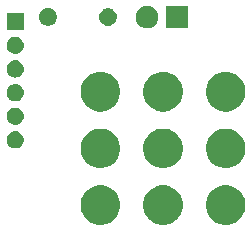
<source format=gbr>
G04 #@! TF.GenerationSoftware,KiCad,Pcbnew,(5.1.2-1)-1*
G04 #@! TF.CreationDate,2019-05-23T08:12:27-07:00*
G04 #@! TF.ProjectId,ButtonBoard,42757474-6f6e-4426-9f61-72642e6b6963,rev?*
G04 #@! TF.SameCoordinates,Original*
G04 #@! TF.FileFunction,Soldermask,Top*
G04 #@! TF.FilePolarity,Negative*
%FSLAX46Y46*%
G04 Gerber Fmt 4.6, Leading zero omitted, Abs format (unit mm)*
G04 Created by KiCad (PCBNEW (5.1.2-1)-1) date 2019-05-23 08:12:27*
%MOMM*%
%LPD*%
G04 APERTURE LIST*
%ADD10C,0.100000*%
G04 APERTURE END LIST*
D10*
G36*
X93488871Y-63193408D02*
G01*
X93793883Y-63319748D01*
X94068387Y-63503166D01*
X94301834Y-63736613D01*
X94485252Y-64011117D01*
X94611592Y-64316129D01*
X94676000Y-64639928D01*
X94676000Y-64970072D01*
X94611592Y-65293871D01*
X94485252Y-65598883D01*
X94301834Y-65873387D01*
X94068387Y-66106834D01*
X93793883Y-66290252D01*
X93488871Y-66416592D01*
X93165073Y-66481000D01*
X92834927Y-66481000D01*
X92511129Y-66416592D01*
X92206117Y-66290252D01*
X91931613Y-66106834D01*
X91698166Y-65873387D01*
X91514748Y-65598883D01*
X91388408Y-65293871D01*
X91324000Y-64970072D01*
X91324000Y-64639928D01*
X91388408Y-64316129D01*
X91514748Y-64011117D01*
X91698166Y-63736613D01*
X91931613Y-63503166D01*
X92206117Y-63319748D01*
X92511129Y-63193408D01*
X92834927Y-63129000D01*
X93165073Y-63129000D01*
X93488871Y-63193408D01*
X93488871Y-63193408D01*
G37*
G36*
X88188871Y-63193408D02*
G01*
X88493883Y-63319748D01*
X88768387Y-63503166D01*
X89001834Y-63736613D01*
X89185252Y-64011117D01*
X89311592Y-64316129D01*
X89376000Y-64639928D01*
X89376000Y-64970072D01*
X89311592Y-65293871D01*
X89185252Y-65598883D01*
X89001834Y-65873387D01*
X88768387Y-66106834D01*
X88493883Y-66290252D01*
X88188871Y-66416592D01*
X87865073Y-66481000D01*
X87534927Y-66481000D01*
X87211129Y-66416592D01*
X86906117Y-66290252D01*
X86631613Y-66106834D01*
X86398166Y-65873387D01*
X86214748Y-65598883D01*
X86088408Y-65293871D01*
X86024000Y-64970072D01*
X86024000Y-64639928D01*
X86088408Y-64316129D01*
X86214748Y-64011117D01*
X86398166Y-63736613D01*
X86631613Y-63503166D01*
X86906117Y-63319748D01*
X87211129Y-63193408D01*
X87534927Y-63129000D01*
X87865073Y-63129000D01*
X88188871Y-63193408D01*
X88188871Y-63193408D01*
G37*
G36*
X82888871Y-63193408D02*
G01*
X83193883Y-63319748D01*
X83468387Y-63503166D01*
X83701834Y-63736613D01*
X83885252Y-64011117D01*
X84011592Y-64316129D01*
X84076000Y-64639928D01*
X84076000Y-64970072D01*
X84011592Y-65293871D01*
X83885252Y-65598883D01*
X83701834Y-65873387D01*
X83468387Y-66106834D01*
X83193883Y-66290252D01*
X82888871Y-66416592D01*
X82565073Y-66481000D01*
X82234927Y-66481000D01*
X81911129Y-66416592D01*
X81606117Y-66290252D01*
X81331613Y-66106834D01*
X81098166Y-65873387D01*
X80914748Y-65598883D01*
X80788408Y-65293871D01*
X80724000Y-64970072D01*
X80724000Y-64639928D01*
X80788408Y-64316129D01*
X80914748Y-64011117D01*
X81098166Y-63736613D01*
X81331613Y-63503166D01*
X81606117Y-63319748D01*
X81911129Y-63193408D01*
X82234927Y-63129000D01*
X82565073Y-63129000D01*
X82888871Y-63193408D01*
X82888871Y-63193408D01*
G37*
G36*
X93326971Y-58361204D02*
G01*
X93488871Y-58393408D01*
X93793883Y-58519748D01*
X94068387Y-58703166D01*
X94301834Y-58936613D01*
X94485252Y-59211117D01*
X94611592Y-59516129D01*
X94676000Y-59839928D01*
X94676000Y-60170072D01*
X94611592Y-60493871D01*
X94485252Y-60798883D01*
X94301834Y-61073387D01*
X94068387Y-61306834D01*
X93793883Y-61490252D01*
X93488871Y-61616592D01*
X93165073Y-61681000D01*
X92834927Y-61681000D01*
X92511129Y-61616592D01*
X92206117Y-61490252D01*
X91931613Y-61306834D01*
X91698166Y-61073387D01*
X91514748Y-60798883D01*
X91388408Y-60493871D01*
X91324000Y-60170072D01*
X91324000Y-59839928D01*
X91388408Y-59516129D01*
X91514748Y-59211117D01*
X91698166Y-58936613D01*
X91931613Y-58703166D01*
X92206117Y-58519748D01*
X92511129Y-58393408D01*
X92673029Y-58361204D01*
X92834927Y-58329000D01*
X93165073Y-58329000D01*
X93326971Y-58361204D01*
X93326971Y-58361204D01*
G37*
G36*
X88026971Y-58361204D02*
G01*
X88188871Y-58393408D01*
X88493883Y-58519748D01*
X88768387Y-58703166D01*
X89001834Y-58936613D01*
X89185252Y-59211117D01*
X89311592Y-59516129D01*
X89376000Y-59839928D01*
X89376000Y-60170072D01*
X89311592Y-60493871D01*
X89185252Y-60798883D01*
X89001834Y-61073387D01*
X88768387Y-61306834D01*
X88493883Y-61490252D01*
X88188871Y-61616592D01*
X87865073Y-61681000D01*
X87534927Y-61681000D01*
X87211129Y-61616592D01*
X86906117Y-61490252D01*
X86631613Y-61306834D01*
X86398166Y-61073387D01*
X86214748Y-60798883D01*
X86088408Y-60493871D01*
X86024000Y-60170072D01*
X86024000Y-59839928D01*
X86088408Y-59516129D01*
X86214748Y-59211117D01*
X86398166Y-58936613D01*
X86631613Y-58703166D01*
X86906117Y-58519748D01*
X87211129Y-58393408D01*
X87373029Y-58361204D01*
X87534927Y-58329000D01*
X87865073Y-58329000D01*
X88026971Y-58361204D01*
X88026971Y-58361204D01*
G37*
G36*
X82726971Y-58361204D02*
G01*
X82888871Y-58393408D01*
X83193883Y-58519748D01*
X83468387Y-58703166D01*
X83701834Y-58936613D01*
X83885252Y-59211117D01*
X84011592Y-59516129D01*
X84076000Y-59839928D01*
X84076000Y-60170072D01*
X84011592Y-60493871D01*
X83885252Y-60798883D01*
X83701834Y-61073387D01*
X83468387Y-61306834D01*
X83193883Y-61490252D01*
X82888871Y-61616592D01*
X82565073Y-61681000D01*
X82234927Y-61681000D01*
X81911129Y-61616592D01*
X81606117Y-61490252D01*
X81331613Y-61306834D01*
X81098166Y-61073387D01*
X80914748Y-60798883D01*
X80788408Y-60493871D01*
X80724000Y-60170072D01*
X80724000Y-59839928D01*
X80788408Y-59516129D01*
X80914748Y-59211117D01*
X81098166Y-58936613D01*
X81331613Y-58703166D01*
X81606117Y-58519748D01*
X81911129Y-58393408D01*
X82073029Y-58361204D01*
X82234927Y-58329000D01*
X82565073Y-58329000D01*
X82726971Y-58361204D01*
X82726971Y-58361204D01*
G37*
G36*
X75255213Y-58553502D02*
G01*
X75326321Y-58560505D01*
X75463172Y-58602019D01*
X75463175Y-58602020D01*
X75589294Y-58669432D01*
X75699843Y-58760157D01*
X75790568Y-58870706D01*
X75857980Y-58996825D01*
X75857981Y-58996828D01*
X75899495Y-59133679D01*
X75913512Y-59276000D01*
X75899495Y-59418321D01*
X75869825Y-59516129D01*
X75857980Y-59555175D01*
X75790568Y-59681294D01*
X75699843Y-59791843D01*
X75589294Y-59882568D01*
X75463175Y-59949980D01*
X75463172Y-59949981D01*
X75326321Y-59991495D01*
X75255213Y-59998498D01*
X75219660Y-60002000D01*
X75148340Y-60002000D01*
X75112787Y-59998498D01*
X75041679Y-59991495D01*
X74904828Y-59949981D01*
X74904825Y-59949980D01*
X74778706Y-59882568D01*
X74668157Y-59791843D01*
X74577432Y-59681294D01*
X74510020Y-59555175D01*
X74498175Y-59516129D01*
X74468505Y-59418321D01*
X74454488Y-59276000D01*
X74468505Y-59133679D01*
X74510019Y-58996828D01*
X74510020Y-58996825D01*
X74577432Y-58870706D01*
X74668157Y-58760157D01*
X74778706Y-58669432D01*
X74904825Y-58602020D01*
X74904828Y-58602019D01*
X75041679Y-58560505D01*
X75112787Y-58553502D01*
X75148340Y-58550000D01*
X75219660Y-58550000D01*
X75255213Y-58553502D01*
X75255213Y-58553502D01*
G37*
G36*
X75255213Y-56553502D02*
G01*
X75326321Y-56560505D01*
X75463172Y-56602019D01*
X75463175Y-56602020D01*
X75589294Y-56669432D01*
X75699843Y-56760157D01*
X75790568Y-56870706D01*
X75857980Y-56996825D01*
X75857981Y-56996828D01*
X75899495Y-57133679D01*
X75913512Y-57276000D01*
X75899495Y-57418321D01*
X75857981Y-57555172D01*
X75857980Y-57555175D01*
X75790568Y-57681294D01*
X75699843Y-57791843D01*
X75589294Y-57882568D01*
X75463175Y-57949980D01*
X75463172Y-57949981D01*
X75326321Y-57991495D01*
X75255213Y-57998498D01*
X75219660Y-58002000D01*
X75148340Y-58002000D01*
X75112787Y-57998498D01*
X75041679Y-57991495D01*
X74904828Y-57949981D01*
X74904825Y-57949980D01*
X74778706Y-57882568D01*
X74668157Y-57791843D01*
X74577432Y-57681294D01*
X74510020Y-57555175D01*
X74510019Y-57555172D01*
X74468505Y-57418321D01*
X74454488Y-57276000D01*
X74468505Y-57133679D01*
X74510019Y-56996828D01*
X74510020Y-56996825D01*
X74577432Y-56870706D01*
X74668157Y-56760157D01*
X74778706Y-56669432D01*
X74904825Y-56602020D01*
X74904828Y-56602019D01*
X75041679Y-56560505D01*
X75112787Y-56553502D01*
X75148340Y-56550000D01*
X75219660Y-56550000D01*
X75255213Y-56553502D01*
X75255213Y-56553502D01*
G37*
G36*
X82696647Y-53555172D02*
G01*
X82888871Y-53593408D01*
X83193883Y-53719748D01*
X83468387Y-53903166D01*
X83701834Y-54136613D01*
X83885252Y-54411117D01*
X84011592Y-54716129D01*
X84076000Y-55039928D01*
X84076000Y-55370072D01*
X84011592Y-55693871D01*
X83885252Y-55998883D01*
X83701834Y-56273387D01*
X83468387Y-56506834D01*
X83193883Y-56690252D01*
X82888871Y-56816592D01*
X82726971Y-56848796D01*
X82565073Y-56881000D01*
X82234927Y-56881000D01*
X82073029Y-56848796D01*
X81911129Y-56816592D01*
X81606117Y-56690252D01*
X81331613Y-56506834D01*
X81098166Y-56273387D01*
X80914748Y-55998883D01*
X80788408Y-55693871D01*
X80724000Y-55370072D01*
X80724000Y-55039928D01*
X80788408Y-54716129D01*
X80914748Y-54411117D01*
X81098166Y-54136613D01*
X81331613Y-53903166D01*
X81606117Y-53719748D01*
X81911129Y-53593408D01*
X82103353Y-53555172D01*
X82234927Y-53529000D01*
X82565073Y-53529000D01*
X82696647Y-53555172D01*
X82696647Y-53555172D01*
G37*
G36*
X87996647Y-53555172D02*
G01*
X88188871Y-53593408D01*
X88493883Y-53719748D01*
X88768387Y-53903166D01*
X89001834Y-54136613D01*
X89185252Y-54411117D01*
X89311592Y-54716129D01*
X89376000Y-55039928D01*
X89376000Y-55370072D01*
X89311592Y-55693871D01*
X89185252Y-55998883D01*
X89001834Y-56273387D01*
X88768387Y-56506834D01*
X88493883Y-56690252D01*
X88188871Y-56816592D01*
X88026971Y-56848796D01*
X87865073Y-56881000D01*
X87534927Y-56881000D01*
X87373029Y-56848796D01*
X87211129Y-56816592D01*
X86906117Y-56690252D01*
X86631613Y-56506834D01*
X86398166Y-56273387D01*
X86214748Y-55998883D01*
X86088408Y-55693871D01*
X86024000Y-55370072D01*
X86024000Y-55039928D01*
X86088408Y-54716129D01*
X86214748Y-54411117D01*
X86398166Y-54136613D01*
X86631613Y-53903166D01*
X86906117Y-53719748D01*
X87211129Y-53593408D01*
X87403353Y-53555172D01*
X87534927Y-53529000D01*
X87865073Y-53529000D01*
X87996647Y-53555172D01*
X87996647Y-53555172D01*
G37*
G36*
X93296647Y-53555172D02*
G01*
X93488871Y-53593408D01*
X93793883Y-53719748D01*
X94068387Y-53903166D01*
X94301834Y-54136613D01*
X94485252Y-54411117D01*
X94611592Y-54716129D01*
X94676000Y-55039928D01*
X94676000Y-55370072D01*
X94611592Y-55693871D01*
X94485252Y-55998883D01*
X94301834Y-56273387D01*
X94068387Y-56506834D01*
X93793883Y-56690252D01*
X93488871Y-56816592D01*
X93326971Y-56848796D01*
X93165073Y-56881000D01*
X92834927Y-56881000D01*
X92673029Y-56848796D01*
X92511129Y-56816592D01*
X92206117Y-56690252D01*
X91931613Y-56506834D01*
X91698166Y-56273387D01*
X91514748Y-55998883D01*
X91388408Y-55693871D01*
X91324000Y-55370072D01*
X91324000Y-55039928D01*
X91388408Y-54716129D01*
X91514748Y-54411117D01*
X91698166Y-54136613D01*
X91931613Y-53903166D01*
X92206117Y-53719748D01*
X92511129Y-53593408D01*
X92703353Y-53555172D01*
X92834927Y-53529000D01*
X93165073Y-53529000D01*
X93296647Y-53555172D01*
X93296647Y-53555172D01*
G37*
G36*
X75255213Y-54553502D02*
G01*
X75326321Y-54560505D01*
X75463172Y-54602019D01*
X75463175Y-54602020D01*
X75589294Y-54669432D01*
X75699843Y-54760157D01*
X75790568Y-54870706D01*
X75857980Y-54996825D01*
X75857981Y-54996828D01*
X75899495Y-55133679D01*
X75913512Y-55276000D01*
X75899495Y-55418321D01*
X75857981Y-55555172D01*
X75857980Y-55555175D01*
X75790568Y-55681294D01*
X75699843Y-55791843D01*
X75589294Y-55882568D01*
X75463175Y-55949980D01*
X75463172Y-55949981D01*
X75326321Y-55991495D01*
X75255213Y-55998498D01*
X75219660Y-56002000D01*
X75148340Y-56002000D01*
X75112787Y-55998498D01*
X75041679Y-55991495D01*
X74904828Y-55949981D01*
X74904825Y-55949980D01*
X74778706Y-55882568D01*
X74668157Y-55791843D01*
X74577432Y-55681294D01*
X74510020Y-55555175D01*
X74510019Y-55555172D01*
X74468505Y-55418321D01*
X74454488Y-55276000D01*
X74468505Y-55133679D01*
X74510019Y-54996828D01*
X74510020Y-54996825D01*
X74577432Y-54870706D01*
X74668157Y-54760157D01*
X74778706Y-54669432D01*
X74904825Y-54602020D01*
X74904828Y-54602019D01*
X75041679Y-54560505D01*
X75112787Y-54553502D01*
X75148340Y-54550000D01*
X75219660Y-54550000D01*
X75255213Y-54553502D01*
X75255213Y-54553502D01*
G37*
G36*
X75255213Y-52553502D02*
G01*
X75326321Y-52560505D01*
X75463172Y-52602019D01*
X75463175Y-52602020D01*
X75589294Y-52669432D01*
X75699843Y-52760157D01*
X75790568Y-52870706D01*
X75857980Y-52996825D01*
X75857981Y-52996828D01*
X75899495Y-53133679D01*
X75913512Y-53276000D01*
X75899495Y-53418321D01*
X75865920Y-53529000D01*
X75857980Y-53555175D01*
X75790568Y-53681294D01*
X75699843Y-53791843D01*
X75589294Y-53882568D01*
X75463175Y-53949980D01*
X75463172Y-53949981D01*
X75326321Y-53991495D01*
X75255213Y-53998498D01*
X75219660Y-54002000D01*
X75148340Y-54002000D01*
X75112787Y-53998498D01*
X75041679Y-53991495D01*
X74904828Y-53949981D01*
X74904825Y-53949980D01*
X74778706Y-53882568D01*
X74668157Y-53791843D01*
X74577432Y-53681294D01*
X74510020Y-53555175D01*
X74502080Y-53529000D01*
X74468505Y-53418321D01*
X74454488Y-53276000D01*
X74468505Y-53133679D01*
X74510019Y-52996828D01*
X74510020Y-52996825D01*
X74577432Y-52870706D01*
X74668157Y-52760157D01*
X74778706Y-52669432D01*
X74904825Y-52602020D01*
X74904828Y-52602019D01*
X75041679Y-52560505D01*
X75112787Y-52553502D01*
X75148340Y-52550000D01*
X75219660Y-52550000D01*
X75255213Y-52553502D01*
X75255213Y-52553502D01*
G37*
G36*
X75255213Y-50553502D02*
G01*
X75326321Y-50560505D01*
X75463172Y-50602019D01*
X75463175Y-50602020D01*
X75589294Y-50669432D01*
X75699843Y-50760157D01*
X75790568Y-50870706D01*
X75857980Y-50996825D01*
X75857981Y-50996828D01*
X75899495Y-51133679D01*
X75913512Y-51276000D01*
X75899495Y-51418321D01*
X75857981Y-51555172D01*
X75857980Y-51555175D01*
X75790568Y-51681294D01*
X75699843Y-51791843D01*
X75589294Y-51882568D01*
X75463175Y-51949980D01*
X75463172Y-51949981D01*
X75326321Y-51991495D01*
X75255213Y-51998498D01*
X75219660Y-52002000D01*
X75148340Y-52002000D01*
X75112787Y-51998498D01*
X75041679Y-51991495D01*
X74904828Y-51949981D01*
X74904825Y-51949980D01*
X74778706Y-51882568D01*
X74668157Y-51791843D01*
X74577432Y-51681294D01*
X74510020Y-51555175D01*
X74510019Y-51555172D01*
X74468505Y-51418321D01*
X74454488Y-51276000D01*
X74468505Y-51133679D01*
X74510019Y-50996828D01*
X74510020Y-50996825D01*
X74577432Y-50870706D01*
X74668157Y-50760157D01*
X74778706Y-50669432D01*
X74904825Y-50602020D01*
X74904828Y-50602019D01*
X75041679Y-50560505D01*
X75112787Y-50553502D01*
X75148340Y-50550000D01*
X75219660Y-50550000D01*
X75255213Y-50553502D01*
X75255213Y-50553502D01*
G37*
G36*
X75910000Y-50002000D02*
G01*
X74458000Y-50002000D01*
X74458000Y-48550000D01*
X75910000Y-48550000D01*
X75910000Y-50002000D01*
X75910000Y-50002000D01*
G37*
G36*
X86637395Y-47980546D02*
G01*
X86810466Y-48052234D01*
X86810467Y-48052235D01*
X86966227Y-48156310D01*
X87098690Y-48288773D01*
X87098691Y-48288775D01*
X87202766Y-48444534D01*
X87274454Y-48617605D01*
X87311000Y-48801333D01*
X87311000Y-48988667D01*
X87274454Y-49172395D01*
X87202766Y-49345466D01*
X87202765Y-49345467D01*
X87098690Y-49501227D01*
X86966227Y-49633690D01*
X86887818Y-49686081D01*
X86810466Y-49737766D01*
X86637395Y-49809454D01*
X86453667Y-49846000D01*
X86266333Y-49846000D01*
X86082605Y-49809454D01*
X85909534Y-49737766D01*
X85832182Y-49686081D01*
X85753773Y-49633690D01*
X85621310Y-49501227D01*
X85517235Y-49345467D01*
X85517234Y-49345466D01*
X85445546Y-49172395D01*
X85409000Y-48988667D01*
X85409000Y-48801333D01*
X85445546Y-48617605D01*
X85517234Y-48444534D01*
X85621309Y-48288775D01*
X85621310Y-48288773D01*
X85753773Y-48156310D01*
X85909533Y-48052235D01*
X85909534Y-48052234D01*
X86082605Y-47980546D01*
X86266333Y-47944000D01*
X86453667Y-47944000D01*
X86637395Y-47980546D01*
X86637395Y-47980546D01*
G37*
G36*
X89851000Y-49846000D02*
G01*
X87949000Y-49846000D01*
X87949000Y-47944000D01*
X89851000Y-47944000D01*
X89851000Y-49846000D01*
X89851000Y-49846000D01*
G37*
G36*
X83106265Y-48122222D02*
G01*
X83179822Y-48129467D01*
X83321386Y-48172410D01*
X83451852Y-48242146D01*
X83481640Y-48266592D01*
X83566207Y-48335993D01*
X83635608Y-48420560D01*
X83660054Y-48450348D01*
X83729790Y-48580814D01*
X83772733Y-48722378D01*
X83787233Y-48869600D01*
X83772733Y-49016822D01*
X83750941Y-49088659D01*
X83729789Y-49158388D01*
X83694922Y-49223619D01*
X83660054Y-49288852D01*
X83635608Y-49318640D01*
X83566207Y-49403207D01*
X83505604Y-49452941D01*
X83451852Y-49497054D01*
X83321386Y-49566790D01*
X83179822Y-49609733D01*
X83106265Y-49616978D01*
X83069488Y-49620600D01*
X82995712Y-49620600D01*
X82958935Y-49616978D01*
X82885378Y-49609733D01*
X82743814Y-49566790D01*
X82613348Y-49497054D01*
X82559596Y-49452941D01*
X82498993Y-49403207D01*
X82429592Y-49318640D01*
X82405146Y-49288852D01*
X82370278Y-49223619D01*
X82335411Y-49158388D01*
X82314259Y-49088659D01*
X82292467Y-49016822D01*
X82277967Y-48869600D01*
X82292467Y-48722378D01*
X82335410Y-48580814D01*
X82405146Y-48450348D01*
X82429592Y-48420560D01*
X82498993Y-48335993D01*
X82583560Y-48266592D01*
X82613348Y-48242146D01*
X82743814Y-48172410D01*
X82885378Y-48129467D01*
X82958935Y-48122222D01*
X82995712Y-48118600D01*
X83069488Y-48118600D01*
X83106265Y-48122222D01*
X83106265Y-48122222D01*
G37*
G36*
X78171659Y-48147460D02*
G01*
X78231894Y-48172410D01*
X78308332Y-48204072D01*
X78431335Y-48286260D01*
X78535940Y-48390865D01*
X78618128Y-48513868D01*
X78618129Y-48513870D01*
X78645857Y-48580812D01*
X78674740Y-48650541D01*
X78703600Y-48795633D01*
X78703600Y-48943567D01*
X78674740Y-49088659D01*
X78618128Y-49225332D01*
X78535940Y-49348335D01*
X78431335Y-49452940D01*
X78308332Y-49535128D01*
X78308331Y-49535129D01*
X78308330Y-49535129D01*
X78171659Y-49591740D01*
X78026568Y-49620600D01*
X77878632Y-49620600D01*
X77733541Y-49591740D01*
X77596870Y-49535129D01*
X77596869Y-49535129D01*
X77596868Y-49535128D01*
X77473865Y-49452940D01*
X77369260Y-49348335D01*
X77287072Y-49225332D01*
X77230460Y-49088659D01*
X77201600Y-48943567D01*
X77201600Y-48795633D01*
X77230460Y-48650541D01*
X77259343Y-48580812D01*
X77287071Y-48513870D01*
X77287072Y-48513868D01*
X77369260Y-48390865D01*
X77473865Y-48286260D01*
X77596868Y-48204072D01*
X77673307Y-48172410D01*
X77733541Y-48147460D01*
X77878632Y-48118600D01*
X78026568Y-48118600D01*
X78171659Y-48147460D01*
X78171659Y-48147460D01*
G37*
M02*

</source>
